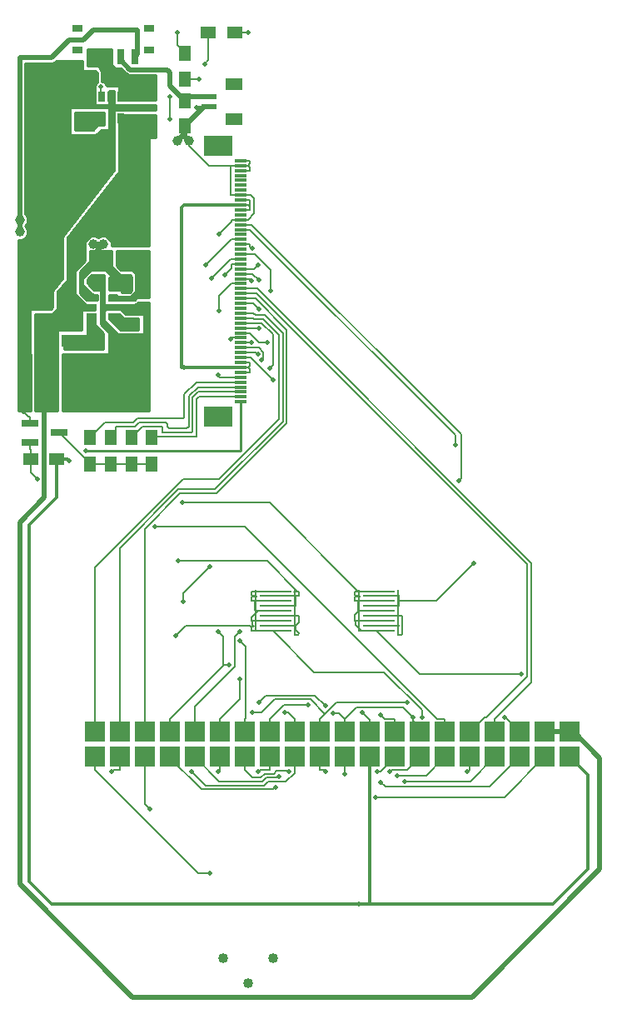
<source format=gbr>
G04 #@! TF.FileFunction,Copper,L2,Bot,Signal*
%FSLAX46Y46*%
G04 Gerber Fmt 4.6, Leading zero omitted, Abs format (unit mm)*
G04 Created by KiCad (PCBNEW 4.0.2-stable) date 7/30/2016 6:00:18 PM*
%MOMM*%
G01*
G04 APERTURE LIST*
%ADD10C,0.100000*%
%ADD11R,1.500000X1.250000*%
%ADD12R,2.000000X2.000000*%
%ADD13C,1.016000*%
%ADD14R,1.300000X1.500000*%
%ADD15R,1.250000X0.300000*%
%ADD16R,3.000000X2.000000*%
%ADD17R,1.250000X1.500000*%
%ADD18R,1.500000X1.300000*%
%ADD19R,1.800860X0.800100*%
%ADD20R,1.550000X0.600000*%
%ADD21R,1.800000X1.200000*%
%ADD22R,0.700000X1.500000*%
%ADD23R,1.000000X0.800000*%
%ADD24R,0.650000X1.060000*%
%ADD25R,1.060000X0.650000*%
%ADD26R,0.250000X4.250000*%
%ADD27R,3.750000X0.250000*%
%ADD28C,0.500000*%
%ADD29C,1.000000*%
%ADD30C,0.200000*%
%ADD31C,0.500000*%
%ADD32C,0.300000*%
%ADD33C,0.250000*%
%ADD34C,0.254000*%
G04 APERTURE END LIST*
D10*
D11*
X116058000Y-71882000D03*
X113558000Y-71882000D03*
D12*
X160660000Y-132300000D03*
X160660000Y-134840000D03*
X158120000Y-134840000D03*
X155580000Y-134840000D03*
X153040000Y-134840000D03*
X150500000Y-134840000D03*
X147960000Y-134840000D03*
X145420000Y-134840000D03*
X142880000Y-134840000D03*
X140340000Y-134840000D03*
X137800000Y-134840000D03*
X135260000Y-134840000D03*
X132720000Y-134840000D03*
X130180000Y-134840000D03*
X127640000Y-134840000D03*
X125100000Y-134840000D03*
X122560000Y-134840000D03*
X120020000Y-134840000D03*
X117480000Y-134840000D03*
X114940000Y-134840000D03*
X112400000Y-134840000D03*
X158120000Y-132300000D03*
X155580000Y-132300000D03*
X153040000Y-132300000D03*
X150500000Y-132300000D03*
X147960000Y-132300000D03*
X145420000Y-132300000D03*
X142880000Y-132300000D03*
X140340000Y-132300000D03*
X137800000Y-132300000D03*
X135260000Y-132300000D03*
X132720000Y-132300000D03*
X130180000Y-132300000D03*
X127640000Y-132300000D03*
X125100000Y-132300000D03*
X122560000Y-132300000D03*
X117480000Y-132300000D03*
X120020000Y-132300000D03*
X114940000Y-132300000D03*
X112400000Y-132300000D03*
D13*
X128000000Y-157800000D03*
X130540000Y-155260000D03*
X125460000Y-155260000D03*
D14*
X118200000Y-102400000D03*
X118200000Y-105100000D03*
X116100000Y-102400000D03*
X116100000Y-105100000D03*
X114000000Y-102400000D03*
X114000000Y-105100000D03*
X111250000Y-70150000D03*
X111250000Y-72850000D03*
D15*
X127250000Y-98750000D03*
X127250000Y-98250000D03*
D16*
X124925000Y-100290000D03*
D15*
X127250000Y-97250000D03*
X127250000Y-97750000D03*
X127250000Y-96750000D03*
X127250000Y-95750000D03*
X127250000Y-96250000D03*
X127250000Y-95250000D03*
X127250000Y-94250000D03*
X127250000Y-94750000D03*
X127250000Y-92250000D03*
X127250000Y-91750000D03*
X127250000Y-91250000D03*
X127250000Y-90750000D03*
X127250000Y-89750000D03*
X127250000Y-90250000D03*
X127250000Y-89250000D03*
X127250000Y-92750000D03*
X127250000Y-93250000D03*
X127250000Y-93750000D03*
X127250000Y-80250000D03*
X127250000Y-79250000D03*
X127250000Y-79750000D03*
X127250000Y-81250000D03*
X127250000Y-80750000D03*
X127250000Y-81750000D03*
X127250000Y-88750000D03*
X127250000Y-87750000D03*
X127250000Y-88250000D03*
X127250000Y-86250000D03*
X127250000Y-85250000D03*
X127250000Y-85750000D03*
X127250000Y-87250000D03*
X127250000Y-86750000D03*
X127250000Y-84250000D03*
X127250000Y-83250000D03*
X127250000Y-84750000D03*
X127250000Y-83750000D03*
X127250000Y-82250000D03*
X127250000Y-82750000D03*
X127250000Y-77750000D03*
X127250000Y-78750000D03*
X127250000Y-78250000D03*
X127250000Y-76750000D03*
X127250000Y-77250000D03*
X127250000Y-76250000D03*
X127250000Y-74250000D03*
X127250000Y-75750000D03*
X127250000Y-74750000D03*
X127250000Y-75250000D03*
D16*
X124925000Y-72710000D03*
D17*
X121550000Y-68200000D03*
X121550000Y-70700000D03*
D11*
X115200000Y-86550000D03*
X112700000Y-86550000D03*
X109800000Y-88750000D03*
X107300000Y-88750000D03*
D18*
X112700000Y-84350000D03*
X115400000Y-84350000D03*
D14*
X121550000Y-63300000D03*
X121550000Y-66000000D03*
D18*
X108550000Y-104600000D03*
X105850000Y-104600000D03*
X107100000Y-92550000D03*
X109800000Y-92550000D03*
X112200000Y-92550000D03*
X114900000Y-92550000D03*
D14*
X111900000Y-102400000D03*
X111900000Y-105100000D03*
D19*
X105798860Y-102850000D03*
X105798860Y-100950000D03*
X108801140Y-101900000D03*
D20*
X123987500Y-68750000D03*
X123987500Y-67750000D03*
D21*
X126512500Y-70050000D03*
X126512500Y-66450000D03*
D22*
X112000000Y-63675000D03*
X115000000Y-63675000D03*
X116500000Y-63675000D03*
D23*
X110600000Y-60825000D03*
X117900000Y-60825000D03*
X117900000Y-63025000D03*
X110600000Y-63025000D03*
D24*
X113096000Y-67734000D03*
X114046000Y-67734000D03*
X114996000Y-67734000D03*
X114996000Y-69934000D03*
X113096000Y-69934000D03*
D25*
X114300000Y-88200000D03*
X114300000Y-89150000D03*
X114300000Y-90100000D03*
X112100000Y-90100000D03*
X112100000Y-88200000D03*
X112100000Y-89150000D03*
D26*
X128750000Y-120000000D03*
D27*
X130500000Y-122000000D03*
D26*
X132750000Y-120000000D03*
D27*
X131000000Y-121500000D03*
X130500000Y-121000000D03*
X131000000Y-120500000D03*
X130500000Y-120000000D03*
X131000000Y-119500000D03*
X130500000Y-119000000D03*
X131000000Y-118500000D03*
X130500000Y-118000000D03*
D26*
X139250000Y-120000000D03*
D27*
X141000000Y-122000000D03*
D26*
X143250000Y-120000000D03*
D27*
X141500000Y-121500000D03*
X141000000Y-121000000D03*
X141500000Y-120500000D03*
X141000000Y-120000000D03*
X141500000Y-119500000D03*
X141000000Y-119000000D03*
X141500000Y-118500000D03*
X141000000Y-118000000D03*
D11*
X111780000Y-65786000D03*
X114280000Y-65786000D03*
D18*
X123900000Y-61250000D03*
X126600000Y-61250000D03*
D28*
X114500000Y-94000000D03*
X115500000Y-94000000D03*
X107250000Y-87250000D03*
X106250000Y-87250000D03*
X115750000Y-89250000D03*
X116500000Y-89250000D03*
X117250000Y-89250000D03*
X114000000Y-74000000D03*
X113000000Y-74000000D03*
X113000000Y-73000000D03*
X114000000Y-73000000D03*
D29*
X122000000Y-72250000D03*
X120750000Y-72250000D03*
D28*
X110250000Y-67250000D03*
X110250000Y-68250000D03*
X111250000Y-68250000D03*
X111250000Y-67250000D03*
X105162000Y-99774900D03*
X122749000Y-68805500D03*
X123550000Y-64402800D03*
X144790800Y-130844800D03*
X124112500Y-146658000D03*
X129048400Y-129337300D03*
X135830300Y-129644300D03*
X136613800Y-130427800D03*
X150277500Y-136298200D03*
X127112800Y-126957300D03*
X154067500Y-130848300D03*
X126043100Y-125465500D03*
X124915200Y-96030000D03*
X125054700Y-81683600D03*
X124915200Y-122092300D03*
X129000800Y-136298900D03*
X109750000Y-104750000D03*
X121500000Y-95250000D03*
X139250000Y-149750000D03*
X130282000Y-87476100D03*
X143929700Y-137298400D03*
X124245800Y-86217500D03*
X124095700Y-115514000D03*
X121369400Y-119034900D03*
X124965400Y-136298000D03*
X125613100Y-85861200D03*
X131142600Y-136792800D03*
X128981700Y-84867500D03*
X134055300Y-129544200D03*
X129054400Y-86361100D03*
X131753600Y-130326900D03*
X122245700Y-136297000D03*
X145685400Y-130847700D03*
X120601500Y-122558400D03*
X149368900Y-106754600D03*
X144124100Y-129323500D03*
X128450500Y-130336700D03*
X149054900Y-103145200D03*
X123695400Y-84822000D03*
X137800000Y-136538000D03*
X106548300Y-106631800D03*
X118491900Y-111458200D03*
X128334300Y-92697500D03*
X132099400Y-136299900D03*
X126169100Y-92405600D03*
X127152900Y-123029400D03*
X118029500Y-140132500D03*
X114094600Y-136295800D03*
X121311800Y-108977600D03*
X155793900Y-126394600D03*
X107250000Y-106250000D03*
X111500000Y-103750000D03*
X118250000Y-70750000D03*
X117250000Y-70750000D03*
X116250000Y-70750000D03*
X116250000Y-70000000D03*
X117250000Y-70000000D03*
X120000000Y-67750000D03*
X120000000Y-70000000D03*
X118250000Y-70000000D03*
D29*
X104750000Y-81500000D03*
X104750000Y-80250000D03*
X113250000Y-82750000D03*
X112250000Y-82750000D03*
D28*
X116250000Y-90750000D03*
X111150000Y-86950000D03*
X120750000Y-61250000D03*
X120868100Y-114941800D03*
X150963700Y-115125000D03*
X140952100Y-138908000D03*
X128965600Y-93936000D03*
X129365800Y-94526700D03*
X141448000Y-137396000D03*
X129098700Y-89373200D03*
X143170000Y-136714000D03*
X130566800Y-96543400D03*
X142365700Y-136311500D03*
X130166400Y-95302700D03*
X141103000Y-136293100D03*
X129116600Y-91290700D03*
X141451200Y-130597700D03*
X129927700Y-92682800D03*
X139571000Y-130347300D03*
X128402600Y-83185900D03*
X135818000Y-136293100D03*
X128335100Y-86475300D03*
X127130600Y-122100600D03*
X130741600Y-137893500D03*
X125054600Y-89520800D03*
X113000000Y-66750000D03*
X123000000Y-66000000D03*
X113500000Y-64250000D03*
X113500000Y-63250000D03*
X116250000Y-66500000D03*
X117250000Y-66500000D03*
X118250000Y-66500000D03*
X118250000Y-67750000D03*
X117250000Y-67750000D03*
X116250000Y-67750000D03*
X128000000Y-61250000D03*
D30*
X114500000Y-92950000D02*
X114500000Y-94000000D01*
X114900000Y-92550000D02*
X114500000Y-92950000D01*
X107250000Y-88700000D02*
X107250000Y-87250000D01*
X107300000Y-88750000D02*
X107250000Y-88700000D01*
X114400000Y-89250000D02*
X115750000Y-89250000D01*
X114300000Y-89150000D02*
X114400000Y-89250000D01*
X116500000Y-89250000D02*
X117250000Y-89250000D01*
X114000000Y-72324000D02*
X114000000Y-73000000D01*
X113558000Y-71882000D02*
X114000000Y-72324000D01*
X113000000Y-73000000D02*
X113000000Y-74000000D01*
D31*
X121550000Y-71450000D02*
X121550000Y-70700000D01*
X120750000Y-72250000D02*
X121550000Y-71450000D01*
D30*
X111250000Y-66316000D02*
X111250000Y-67250000D01*
X111780000Y-65786000D02*
X111250000Y-66316000D01*
X111250000Y-68250000D02*
X110250000Y-68250000D01*
D31*
X111780000Y-65786000D02*
X111744000Y-65750000D01*
X113558000Y-71882000D02*
X113000000Y-72440000D01*
X112218000Y-71882000D02*
X111250000Y-72850000D01*
X113558000Y-71882000D02*
X112218000Y-71882000D01*
X114000000Y-71440000D02*
X114000000Y-68750000D01*
X113558000Y-71882000D02*
X114000000Y-71440000D01*
X112000000Y-68750000D02*
X114000000Y-68750000D01*
X112000000Y-66006000D02*
X112000000Y-68750000D01*
X111780000Y-65786000D02*
X112000000Y-66006000D01*
X113200000Y-87050000D02*
X113200000Y-88900000D01*
X112700000Y-86550000D02*
X113200000Y-87050000D01*
X113200000Y-90850000D02*
X113200000Y-88900000D01*
X114900000Y-92550000D02*
X113200000Y-90850000D01*
X113450000Y-89150000D02*
X114300000Y-89150000D01*
X113200000Y-88900000D02*
X113450000Y-89150000D01*
X114000000Y-67780000D02*
X114046000Y-67734000D01*
X114000000Y-68750000D02*
X114000000Y-67780000D01*
D30*
X128175000Y-74968800D02*
X127956000Y-74750000D01*
X128175000Y-75250000D02*
X128175000Y-74968800D01*
X127250000Y-75250000D02*
X128175000Y-75250000D01*
X128175000Y-74531200D02*
X127956000Y-74750000D01*
X128175000Y-74250000D02*
X128175000Y-74531200D01*
X127250000Y-74250000D02*
X128175000Y-74250000D01*
X127956000Y-74750000D02*
X127250000Y-74750000D01*
D31*
X123500000Y-68750000D02*
X123744000Y-68750000D01*
X121550000Y-70700000D02*
X123500000Y-68750000D01*
D30*
X123900000Y-64053200D02*
X123550000Y-64402800D01*
X123900000Y-61250000D02*
X123900000Y-64053200D01*
X123744000Y-68750000D02*
X123500000Y-68750000D01*
X122805000Y-68750000D02*
X122749000Y-68805500D01*
X123500000Y-68750000D02*
X122805000Y-68750000D01*
D31*
X123744000Y-68750000D02*
X123987500Y-68750000D01*
X123987500Y-68750000D02*
X123988000Y-68750000D01*
D30*
X126250000Y-74750000D02*
X126000000Y-74750000D01*
X126250000Y-74750000D02*
X127250000Y-74750000D01*
X124016000Y-74750000D02*
X126000000Y-74750000D01*
X122000000Y-72733800D02*
X124016000Y-74750000D01*
X122000000Y-72250000D02*
X122000000Y-72733800D01*
X126000000Y-74750000D02*
X126250000Y-74750000D01*
D31*
X121550000Y-71800000D02*
X121550000Y-71450000D01*
X122000000Y-72250000D02*
X121550000Y-71800000D01*
X121550000Y-71450000D02*
X121550000Y-70700000D01*
D30*
X126250000Y-77750000D02*
X126250000Y-74750000D01*
X127250000Y-77750000D02*
X126250000Y-77750000D01*
X105799000Y-100950000D02*
X105799000Y-100600000D01*
X105637000Y-100250000D02*
X105162000Y-99774900D01*
X105799000Y-100250000D02*
X105637000Y-100250000D01*
X105799000Y-100600000D02*
X105799000Y-100250000D01*
X105798900Y-100600100D02*
X105798900Y-100950000D01*
X105799000Y-100600000D02*
X105798900Y-100600100D01*
X128250200Y-77750000D02*
X127250000Y-77750000D01*
X128612200Y-78112000D02*
X128250200Y-77750000D01*
X128612200Y-79603800D02*
X128612200Y-78112000D01*
X127966000Y-80250000D02*
X128612200Y-79603800D01*
X127713000Y-80250000D02*
X127966000Y-80250000D01*
X145420000Y-132300000D02*
X145420000Y-131806000D01*
X144790800Y-131176800D02*
X145420000Y-131806000D01*
X144790800Y-130844800D02*
X144790800Y-131176800D01*
X122917700Y-146658000D02*
X112400000Y-136140300D01*
X124112500Y-146658000D02*
X122917700Y-146658000D01*
X112400000Y-134840000D02*
X112400000Y-136140300D01*
X120020000Y-132300000D02*
X120020000Y-130999700D01*
X137800000Y-132300000D02*
X137800000Y-130999700D01*
X150435400Y-136140300D02*
X150277500Y-136298200D01*
X150500000Y-136140300D02*
X150435400Y-136140300D01*
X137228100Y-130427800D02*
X136613800Y-130427800D01*
X137800000Y-130999700D02*
X137228100Y-130427800D01*
X150500000Y-134840000D02*
X150500000Y-136140300D01*
X129799000Y-128586700D02*
X129048400Y-129337300D01*
X134772700Y-128586700D02*
X129799000Y-128586700D01*
X135830300Y-129644300D02*
X134772700Y-128586700D01*
X127112800Y-128986900D02*
X125100000Y-130999700D01*
X127112800Y-126957300D02*
X127112800Y-128986900D01*
X125100000Y-132300000D02*
X125100000Y-130999700D01*
X154128300Y-130848300D02*
X154067500Y-130848300D01*
X155580000Y-132300000D02*
X154128300Y-130848300D01*
X127713000Y-80250000D02*
X127250000Y-80250000D01*
X126324700Y-80413600D02*
X125054700Y-81683600D01*
X126324700Y-80250000D02*
X126324700Y-80413600D01*
X127250000Y-80250000D02*
X126324700Y-80250000D01*
X125440200Y-122617300D02*
X125440200Y-125465500D01*
X124915200Y-122092300D02*
X125440200Y-122617300D01*
X125440200Y-125579500D02*
X125440200Y-125465500D01*
X120020000Y-130999700D02*
X125440200Y-125579500D01*
X125440200Y-125465500D02*
X126043100Y-125465500D01*
X125135200Y-96250000D02*
X124915200Y-96030000D01*
X127250000Y-96250000D02*
X125135200Y-96250000D01*
X129159400Y-136140300D02*
X129000800Y-136298900D01*
X130180000Y-136140300D02*
X129159400Y-136140300D01*
X130180000Y-134840000D02*
X130180000Y-136140300D01*
X139002700Y-129797000D02*
X137800000Y-130999700D01*
X143743000Y-129797000D02*
X139002700Y-129797000D01*
X144790800Y-130844800D02*
X143743000Y-129797000D01*
D32*
X109600000Y-104600000D02*
X109750000Y-104750000D01*
X108550000Y-104600000D02*
X109600000Y-104600000D01*
X108550000Y-108450000D02*
X108550000Y-104600000D01*
X105750000Y-111250000D02*
X108550000Y-108450000D01*
X105750000Y-147500000D02*
X105750000Y-111250000D01*
X108000000Y-149750000D02*
X105750000Y-147500000D01*
X139250000Y-149750000D02*
X108000000Y-149750000D01*
X140340000Y-134840000D02*
X140340000Y-149750000D01*
D30*
X128175000Y-78250000D02*
X127250000Y-78250000D01*
X128175000Y-78750000D02*
X128175000Y-78250000D01*
X128013000Y-78750000D02*
X128175000Y-78750000D01*
X127250000Y-78750000D02*
X128013000Y-78750000D01*
X128175000Y-79250000D02*
X127250000Y-79250000D01*
X128175000Y-78912200D02*
X128175000Y-79250000D01*
X128013000Y-78750000D02*
X128175000Y-78912200D01*
X128175000Y-94750000D02*
X127250000Y-94750000D01*
X128175000Y-95087800D02*
X128175000Y-94750000D01*
X128013000Y-95250000D02*
X128175000Y-95087800D01*
X127250000Y-95250000D02*
X128013000Y-95250000D01*
X128175000Y-95750000D02*
X127250000Y-95750000D01*
X128175000Y-95412100D02*
X128175000Y-95750000D01*
X128013000Y-95250000D02*
X128175000Y-95412100D01*
D32*
X159000000Y-149750000D02*
X140340000Y-149750000D01*
X162500000Y-146250000D02*
X159000000Y-149750000D01*
X162500000Y-136680000D02*
X162500000Y-146250000D01*
X160660000Y-134840000D02*
X162500000Y-136680000D01*
X140340000Y-149750000D02*
X139250000Y-149750000D01*
X121250000Y-95250000D02*
X121500000Y-95250000D01*
X121250000Y-79000000D02*
X121250000Y-95250000D01*
X121500000Y-78750000D02*
X121250000Y-79000000D01*
X127250000Y-78750000D02*
X121500000Y-78750000D01*
X121500000Y-95250000D02*
X127250000Y-95250000D01*
D30*
X130282000Y-85331600D02*
X130282000Y-87476100D01*
X128700400Y-83750000D02*
X130282000Y-85331600D01*
X127250000Y-83750000D02*
X128700400Y-83750000D01*
X150581600Y-137298400D02*
X153040000Y-134840000D01*
X143929700Y-137298400D02*
X150581600Y-137298400D01*
X125100000Y-134840000D02*
X125100000Y-136140300D01*
X124965500Y-136298000D02*
X124965400Y-136298000D01*
X124965500Y-136274800D02*
X124965500Y-136298000D01*
X125100000Y-136140300D02*
X124965500Y-136274800D01*
X126213300Y-84250000D02*
X124245800Y-86217500D01*
X127250000Y-84250000D02*
X126213300Y-84250000D01*
X121369400Y-118240300D02*
X124095700Y-115514000D01*
X121369400Y-119034900D02*
X121369400Y-118240300D01*
X127250000Y-84750000D02*
X126324700Y-84750000D01*
X126324700Y-85149600D02*
X125613100Y-85861200D01*
X126324700Y-84750000D02*
X126324700Y-85149600D01*
X130992500Y-136942900D02*
X131142600Y-136792800D01*
X129824000Y-136942900D02*
X130992500Y-136942900D01*
X129441400Y-137325500D02*
X129824000Y-136942900D01*
X125045500Y-137325500D02*
X129441400Y-137325500D01*
X122560000Y-134840000D02*
X125045500Y-137325500D01*
X131635500Y-129544200D02*
X134055300Y-129544200D01*
X130180000Y-130999700D02*
X131635500Y-129544200D01*
X130180000Y-132300000D02*
X130180000Y-130999700D01*
X128599200Y-85250000D02*
X128981700Y-84867500D01*
X127250000Y-85250000D02*
X128599200Y-85250000D01*
X132720000Y-132300000D02*
X132720000Y-130999700D01*
X128443300Y-85750000D02*
X129054400Y-86361100D01*
X127250000Y-85750000D02*
X128443300Y-85750000D01*
X132047200Y-130326900D02*
X131753600Y-130326900D01*
X132720000Y-130999700D02*
X132047200Y-130326900D01*
X128325000Y-119000000D02*
X128675000Y-119000000D01*
X128325000Y-118633000D02*
X128325000Y-119000000D01*
X128383000Y-118575000D02*
X128325000Y-118633000D01*
X128766000Y-118575000D02*
X128383000Y-118575000D01*
X128825000Y-118516000D02*
X128766000Y-118575000D01*
X128825000Y-118484000D02*
X128825000Y-118516000D01*
X128766000Y-118425000D02*
X128825000Y-118484000D01*
X128383000Y-118425000D02*
X128766000Y-118425000D01*
X128325000Y-118367000D02*
X128383000Y-118425000D01*
X128325000Y-118000000D02*
X128325000Y-118367000D01*
X130500000Y-118000000D02*
X128325000Y-118000000D01*
X128675000Y-119925000D02*
X128750000Y-120000000D01*
X128675000Y-119000000D02*
X128675000Y-119925000D01*
X130500000Y-121000000D02*
X128325000Y-121000000D01*
X129000000Y-120000000D02*
X128750000Y-120000000D01*
X130500000Y-119000000D02*
X128675000Y-119000000D01*
X131500000Y-120000000D02*
X130500000Y-120000000D01*
X130500000Y-120000000D02*
X129000000Y-120000000D01*
X132720000Y-134840000D02*
X132720000Y-136140300D01*
X128325000Y-120675000D02*
X129000000Y-120000000D01*
X128325000Y-121000000D02*
X128325000Y-120675000D01*
X128325000Y-122000000D02*
X128325000Y-121713900D01*
X130500000Y-122000000D02*
X128325000Y-122000000D01*
X128399000Y-121075000D02*
X128325000Y-121000000D01*
X128399000Y-121394000D02*
X128399000Y-121075000D01*
X128539000Y-121533000D02*
X128399000Y-121394000D01*
X128539000Y-121534000D02*
X128539000Y-121533000D01*
X128498000Y-121575000D02*
X128539000Y-121534000D01*
X128383000Y-121575000D02*
X128498000Y-121575000D01*
X128325000Y-121633000D02*
X128383000Y-121575000D01*
X128325000Y-121713900D02*
X128325000Y-121633000D01*
X145685400Y-130084500D02*
X145685400Y-130847700D01*
X141807500Y-126206600D02*
X145685400Y-130084500D01*
X134706600Y-126206600D02*
X141807500Y-126206600D01*
X130500000Y-122000000D02*
X134706600Y-126206600D01*
X123688600Y-137739900D02*
X122245700Y-136297000D01*
X129593100Y-137739900D02*
X123688600Y-137739900D01*
X129989800Y-137343200D02*
X129593100Y-137739900D01*
X131836200Y-137343200D02*
X129989800Y-137343200D01*
X132720000Y-136459400D02*
X131836200Y-137343200D01*
X132720000Y-136140300D02*
X132720000Y-136459400D01*
X128308400Y-80750000D02*
X127250000Y-80750000D01*
X149622100Y-102063700D02*
X128308400Y-80750000D01*
X149622100Y-106501400D02*
X149622100Y-102063700D01*
X149368900Y-106754600D02*
X149622100Y-106501400D01*
X121617900Y-121542000D02*
X120601500Y-122558400D01*
X128153100Y-121542000D02*
X121617900Y-121542000D01*
X128325000Y-121713900D02*
X128153100Y-121542000D01*
X135260000Y-132300000D02*
X135260000Y-130999700D01*
X136936200Y-129323500D02*
X135797900Y-130461800D01*
X144124100Y-129323500D02*
X136936200Y-129323500D01*
X135797900Y-130461800D02*
X135260000Y-130999700D01*
X127250000Y-81250000D02*
X128175300Y-81250000D01*
X149054900Y-102129600D02*
X149054900Y-103145200D01*
X128175300Y-81250000D02*
X149054900Y-102129600D01*
X128477200Y-130310000D02*
X128450500Y-130336700D01*
X129357300Y-130310000D02*
X128477200Y-130310000D01*
X130673500Y-128993800D02*
X129357300Y-130310000D01*
X134329800Y-128993800D02*
X130673500Y-128993800D01*
X135797900Y-130461800D02*
X134329800Y-128993800D01*
X127250000Y-82250000D02*
X126324700Y-82250000D01*
X137800000Y-134840000D02*
X137800000Y-136538000D01*
X126267400Y-82250000D02*
X123695400Y-84822000D01*
X126324700Y-82250000D02*
X126267400Y-82250000D01*
X105799000Y-102850000D02*
X105799000Y-103200000D01*
X105798900Y-103199900D02*
X105798900Y-102850000D01*
X105799000Y-103200000D02*
X105798900Y-103199900D01*
X105850000Y-103601000D02*
X105850000Y-104600000D01*
X105799000Y-103550000D02*
X105850000Y-103601000D01*
X105799000Y-103200000D02*
X105799000Y-103550000D01*
X127625500Y-111458200D02*
X118491900Y-111458200D01*
X147167000Y-130999700D02*
X127625500Y-111458200D01*
X147960000Y-130999700D02*
X147167000Y-130999700D01*
X105850000Y-105933500D02*
X106548300Y-106631800D01*
X105850000Y-104600000D02*
X105850000Y-105933500D01*
X147960000Y-132300000D02*
X147960000Y-130999700D01*
X127640000Y-134840000D02*
X127640000Y-136140300D01*
X128281800Y-92750000D02*
X128334300Y-92697500D01*
X127250000Y-92750000D02*
X128281800Y-92750000D01*
X128424200Y-136924500D02*
X127640000Y-136140300D01*
X129276300Y-136924500D02*
X128424200Y-136924500D01*
X129658200Y-136542600D02*
X129276300Y-136924500D01*
X130583100Y-136542600D02*
X129658200Y-136542600D01*
X130883200Y-136242500D02*
X130583100Y-136542600D01*
X132042000Y-136242500D02*
X130883200Y-136242500D01*
X132099400Y-136299900D02*
X132042000Y-136242500D01*
X127250000Y-92250000D02*
X127256000Y-92255700D01*
X127640000Y-132300000D02*
X127640000Y-130999700D01*
X127714600Y-123591100D02*
X127152900Y-123029400D01*
X127714600Y-130925100D02*
X127714600Y-123591100D01*
X127640000Y-130999700D02*
X127714600Y-130925100D01*
X127250000Y-92250000D02*
X126324700Y-92250000D01*
X126169100Y-92405600D02*
X126324700Y-92250000D01*
X117500000Y-134860000D02*
X117490000Y-134850000D01*
X117490000Y-134850000D02*
X117480000Y-134840000D01*
X117490000Y-139593000D02*
X118029500Y-140132500D01*
X117490000Y-134850000D02*
X117490000Y-139593000D01*
X139175000Y-119925000D02*
X139250000Y-120000000D01*
X139175000Y-119000000D02*
X139175000Y-119925000D01*
X141000000Y-120000000D02*
X139250000Y-120000000D01*
X141000000Y-121000000D02*
X138825000Y-121000000D01*
X138825000Y-120425000D02*
X139250000Y-120000000D01*
X138825000Y-121000000D02*
X138825000Y-120425000D01*
X141000000Y-119000000D02*
X139175000Y-119000000D01*
X114250100Y-136140300D02*
X114940000Y-136140300D01*
X114094600Y-136295800D02*
X114250100Y-136140300D01*
X114940000Y-134840000D02*
X114940000Y-136140300D01*
X139506000Y-122000000D02*
X141000000Y-122000000D01*
X138899000Y-121394000D02*
X139506000Y-122000000D01*
X138899000Y-121075000D02*
X138899000Y-121394000D01*
X138825000Y-121000000D02*
X138899000Y-121075000D01*
X141000000Y-118000000D02*
X139175000Y-118000000D01*
X138825000Y-119000000D02*
X139175000Y-119000000D01*
X138825000Y-118633000D02*
X138825000Y-119000000D01*
X138883000Y-118575000D02*
X138825000Y-118633000D01*
X139266000Y-118575000D02*
X138883000Y-118575000D01*
X139325000Y-118516000D02*
X139266000Y-118575000D01*
X139325000Y-118484000D02*
X139325000Y-118516000D01*
X139266000Y-118425000D02*
X139325000Y-118484000D01*
X138883000Y-118425000D02*
X139266000Y-118425000D01*
X138825000Y-118367000D02*
X138883000Y-118425000D01*
X138825000Y-118000000D02*
X138825000Y-118367000D01*
X139175000Y-118000000D02*
X138825000Y-118000000D01*
X130152600Y-108977600D02*
X121311800Y-108977600D01*
X139175000Y-118000000D02*
X130152600Y-108977600D01*
X145394600Y-126394600D02*
X141000000Y-122000000D01*
X155793900Y-126394600D02*
X145394600Y-126394600D01*
D31*
X120000000Y-66650000D02*
X121550000Y-68200000D01*
X120000000Y-65250000D02*
X120000000Y-66650000D01*
X119750000Y-65000000D02*
X120000000Y-65250000D01*
X116000000Y-65000000D02*
X119750000Y-65000000D01*
X115000000Y-64000000D02*
X116000000Y-65000000D01*
X115000000Y-63675000D02*
X115000000Y-64000000D01*
X122000000Y-67750000D02*
X123987500Y-67750000D01*
X121550000Y-68200000D02*
X122000000Y-67750000D01*
X123987500Y-67750000D02*
X123988000Y-67750000D01*
D33*
X127250000Y-103750000D02*
X111500000Y-103750000D01*
X127250000Y-98750000D02*
X127250000Y-103750000D01*
D31*
X161050000Y-132300000D02*
X160660000Y-132300000D01*
X163750000Y-135000000D02*
X161050000Y-132300000D01*
X163750000Y-146250000D02*
X163750000Y-135000000D01*
X150750000Y-159250000D02*
X163750000Y-146250000D01*
X116250000Y-159250000D02*
X150750000Y-159250000D01*
X104750000Y-147750000D02*
X116250000Y-159250000D01*
X104750000Y-111000000D02*
X104750000Y-147750000D01*
X107250000Y-108500000D02*
X104750000Y-111000000D01*
X107250000Y-106250000D02*
X107250000Y-108500000D01*
X158170000Y-132250000D02*
X158120000Y-132300000D01*
X160710000Y-132250000D02*
X158170000Y-132250000D01*
D30*
X117250000Y-70750000D02*
X118250000Y-70750000D01*
X116250000Y-70000000D02*
X116250000Y-70750000D01*
X117500000Y-70000000D02*
X118250000Y-70000000D01*
X120000000Y-70000000D02*
X120000000Y-67750000D01*
D31*
X114996000Y-70820000D02*
X114996000Y-69934000D01*
X116058000Y-71882000D02*
X114996000Y-70820000D01*
X109800000Y-89850000D02*
X107100000Y-92550000D01*
X109800000Y-88750000D02*
X109800000Y-89850000D01*
X110200000Y-89150000D02*
X109800000Y-88750000D01*
X112100000Y-89150000D02*
X110200000Y-89150000D01*
D30*
X160660000Y-132300000D02*
X158120000Y-132300000D01*
X118250000Y-70000000D02*
X117500000Y-70000000D01*
X117500000Y-70000000D02*
X117250000Y-70000000D01*
D31*
X107250000Y-99500000D02*
X107250000Y-106250000D01*
X104750000Y-81500000D02*
X104750000Y-80250000D01*
X112250000Y-82750000D02*
X113250000Y-82750000D01*
X112700000Y-83300000D02*
X112700000Y-84350000D01*
X113250000Y-82750000D02*
X112700000Y-83300000D01*
X104750000Y-63750000D02*
X104750000Y-80250000D01*
X108000000Y-63750000D02*
X104750000Y-63750000D01*
X109750000Y-62000000D02*
X108000000Y-63750000D01*
X111250000Y-62000000D02*
X109750000Y-62000000D01*
X112250000Y-61000000D02*
X111250000Y-62000000D01*
X116750000Y-61000000D02*
X112250000Y-61000000D01*
X116750000Y-63425000D02*
X116750000Y-61000000D01*
X116500000Y-63675000D02*
X116750000Y-63425000D01*
D30*
X114950000Y-90750000D02*
X116250000Y-90750000D01*
X114350000Y-90150000D02*
X114950000Y-90750000D01*
X111150000Y-86950000D02*
X111050000Y-86950000D01*
D31*
X113000000Y-84350000D02*
X112700000Y-84350000D01*
X115200000Y-86550000D02*
X113000000Y-84350000D01*
X114350000Y-90150000D02*
X114300000Y-90100000D01*
D30*
X114300000Y-90100000D02*
X114350000Y-90150000D01*
D31*
X111050000Y-86000000D02*
X111050000Y-86950000D01*
X112700000Y-84350000D02*
X111050000Y-86000000D01*
X111050000Y-87150000D02*
X112100000Y-88200000D01*
X111050000Y-86950000D02*
X111050000Y-87150000D01*
D30*
X120750000Y-62500000D02*
X121500000Y-63250000D01*
X120750000Y-61250000D02*
X120750000Y-62500000D01*
X121500000Y-63250000D02*
X121550000Y-63300000D01*
X121500000Y-63250000D02*
X121550000Y-63300000D01*
X132750000Y-119500000D02*
X132750000Y-120000000D01*
X131000000Y-119500000D02*
X132750000Y-119500000D01*
X132825000Y-119425000D02*
X132825000Y-118500000D01*
X132750000Y-119500000D02*
X132825000Y-119425000D01*
X131000000Y-121500000D02*
X132750000Y-121500000D01*
X132750000Y-121500000D02*
X132750000Y-120000000D01*
X131000000Y-118500000D02*
X132825000Y-118500000D01*
X132750000Y-122425000D02*
X132750000Y-121500000D01*
X133027000Y-122425000D02*
X132750000Y-122425000D01*
X133156000Y-122296000D02*
X133027000Y-122425000D01*
X133156000Y-122257000D02*
X133156000Y-122296000D01*
X132833000Y-121935000D02*
X133156000Y-122257000D01*
X132833000Y-121479000D02*
X132833000Y-121935000D01*
X133156000Y-121157000D02*
X132833000Y-121479000D01*
X133175000Y-121137000D02*
X133156000Y-121157000D01*
X133175000Y-120500000D02*
X133175000Y-121137000D01*
X131000000Y-120500000D02*
X133175000Y-120500000D01*
X132734000Y-118075000D02*
X132925500Y-118075000D01*
X132675000Y-118016000D02*
X132734000Y-118075000D01*
X133175000Y-118500000D02*
X132825000Y-118500000D01*
X133175000Y-118133000D02*
X133175000Y-118500000D01*
X133117000Y-118075000D02*
X133175000Y-118133000D01*
X132925500Y-118075000D02*
X133117000Y-118075000D01*
X129917500Y-114941800D02*
X120868100Y-114941800D01*
X132925500Y-117949800D02*
X129917500Y-114941800D01*
X132925500Y-118075000D02*
X132925500Y-117949800D01*
X143250000Y-119500000D02*
X143250000Y-120000000D01*
X141500000Y-119500000D02*
X143250000Y-119500000D01*
X141500000Y-121500000D02*
X143250000Y-121500000D01*
X143250000Y-120000000D02*
X143250000Y-121500000D01*
X143675000Y-120500000D02*
X141500000Y-120500000D01*
X143675000Y-122319000D02*
X143675000Y-120500000D01*
X143569000Y-122425000D02*
X143675000Y-122319000D01*
X143250000Y-122425000D02*
X143569000Y-122425000D01*
X143250000Y-121500000D02*
X143250000Y-122425000D01*
X143325000Y-119425000D02*
X143325000Y-118962500D01*
X143250000Y-119500000D02*
X143325000Y-119425000D01*
X143325000Y-118500000D02*
X141500000Y-118500000D01*
X143325000Y-118962500D02*
X143325000Y-118500000D01*
X147126200Y-118962500D02*
X150963700Y-115125000D01*
X143325000Y-118962500D02*
X147126200Y-118962500D01*
D31*
X116200000Y-88200000D02*
X114300000Y-88200000D01*
X116750000Y-87650000D02*
X116200000Y-88200000D01*
X116750000Y-85700000D02*
X116750000Y-87650000D01*
X115400000Y-84350000D02*
X116750000Y-85700000D01*
D30*
X154052000Y-138908000D02*
X140952100Y-138908000D01*
X158120000Y-134840000D02*
X154052000Y-138908000D01*
X128779600Y-93750000D02*
X128965600Y-93936000D01*
X127250000Y-93750000D02*
X128779600Y-93750000D01*
X152537100Y-137882900D02*
X155580000Y-134840000D01*
X141934900Y-137882900D02*
X152537100Y-137882900D01*
X141448000Y-137396000D02*
X141934900Y-137882900D01*
X127250000Y-93250000D02*
X128175300Y-93250000D01*
X129515900Y-94376600D02*
X129365800Y-94526700D01*
X129515900Y-93708000D02*
X129515900Y-94376600D01*
X129057900Y-93250000D02*
X129515900Y-93708000D01*
X128175300Y-93250000D02*
X129057900Y-93250000D01*
X127250000Y-87250000D02*
X128175300Y-87250000D01*
X153040000Y-132300000D02*
X153040000Y-130999700D01*
X128886000Y-87250000D02*
X128175300Y-87250000D01*
X156763000Y-115127000D02*
X128886000Y-87250000D01*
X156763000Y-127276700D02*
X156763000Y-115127000D01*
X153040000Y-130999700D02*
X156763000Y-127276700D01*
X128819900Y-87750000D02*
X127250000Y-87750000D01*
X156348900Y-115279000D02*
X128819900Y-87750000D01*
X156348900Y-126645600D02*
X156348900Y-115279000D01*
X152189600Y-130804900D02*
X156348900Y-126645600D01*
X151995100Y-130804900D02*
X152189600Y-130804900D01*
X150500000Y-132300000D02*
X151995100Y-130804900D01*
X146086000Y-136714000D02*
X143170000Y-136714000D01*
X147960000Y-134840000D02*
X146086000Y-136714000D01*
X128475500Y-88750000D02*
X129098700Y-89373200D01*
X127250000Y-88750000D02*
X128475500Y-88750000D01*
X142536800Y-136140400D02*
X142365700Y-136311500D01*
X144119600Y-136140400D02*
X142536800Y-136140400D01*
X145420000Y-134840000D02*
X144119600Y-136140400D01*
X128273400Y-94250000D02*
X130566800Y-96543400D01*
X127250000Y-94250000D02*
X128273400Y-94250000D01*
X127250000Y-90750000D02*
X128175300Y-90750000D01*
X128185000Y-90740300D02*
X128175300Y-90750000D01*
X129352100Y-90740300D02*
X128185000Y-90740300D01*
X130491600Y-91879800D02*
X129352100Y-90740300D01*
X130491600Y-94977500D02*
X130491600Y-91879800D01*
X130166400Y-95302700D02*
X130491600Y-94977500D01*
X141426900Y-136293100D02*
X141103000Y-136293100D01*
X142880000Y-134840000D02*
X141426900Y-136293100D01*
X142880000Y-132300000D02*
X142880000Y-130999700D01*
X141853200Y-130999700D02*
X141451200Y-130597700D01*
X142880000Y-130999700D02*
X141853200Y-130999700D01*
X129075900Y-91250000D02*
X129116600Y-91290700D01*
X127250000Y-91250000D02*
X129075900Y-91250000D01*
X129119800Y-92682800D02*
X129927700Y-92682800D01*
X128187000Y-91750000D02*
X129119800Y-92682800D01*
X127250000Y-91750000D02*
X128187000Y-91750000D01*
X140223400Y-130999700D02*
X140340000Y-130999700D01*
X139571000Y-130347300D02*
X140223400Y-130999700D01*
X140340000Y-132300000D02*
X140340000Y-130999700D01*
X135260000Y-134840000D02*
X135260000Y-136140300D01*
X135665200Y-136140300D02*
X135260000Y-136140300D01*
X135818000Y-136293100D02*
X135665200Y-136140300D01*
X128175300Y-82958600D02*
X128402600Y-83185900D01*
X128175300Y-82750000D02*
X128175300Y-82958600D01*
X127250000Y-82750000D02*
X128175300Y-82750000D01*
X128175300Y-86315500D02*
X128335100Y-86475300D01*
X128175300Y-86250000D02*
X128175300Y-86315500D01*
X127250000Y-86250000D02*
X128175300Y-86250000D01*
X122560000Y-132300000D02*
X122560000Y-130999700D01*
X126593400Y-122637800D02*
X127130600Y-122100600D01*
X126593400Y-125693500D02*
X126593400Y-122637800D01*
X122560000Y-129726900D02*
X126593400Y-125693500D01*
X122560000Y-130999700D02*
X122560000Y-129726900D01*
X120055000Y-134840000D02*
X120037500Y-134840000D01*
X120037500Y-134840000D02*
X120020000Y-134840000D01*
X127250000Y-86750000D02*
X126324700Y-86750000D01*
X130494700Y-138140400D02*
X130741600Y-137893500D01*
X123237300Y-138140400D02*
X130494700Y-138140400D01*
X120037500Y-134940600D02*
X123237300Y-138140400D01*
X120037500Y-134840000D02*
X120037500Y-134940600D01*
X125054600Y-88020100D02*
X126324700Y-86750000D01*
X125054600Y-89520800D02*
X125054600Y-88020100D01*
X117480000Y-132300000D02*
X117480000Y-130999700D01*
X128753800Y-88250000D02*
X127250000Y-88250000D01*
X131917700Y-91413900D02*
X128753800Y-88250000D01*
X131917700Y-100924600D02*
X131917700Y-91413900D01*
X124778800Y-108063500D02*
X131917700Y-100924600D01*
X121075900Y-108063500D02*
X124778800Y-108063500D01*
X117480000Y-111659400D02*
X121075900Y-108063500D01*
X117480000Y-130999700D02*
X117480000Y-111659400D01*
X128530500Y-89750000D02*
X127250000Y-89750000D01*
X128720200Y-89939700D02*
X128530500Y-89750000D01*
X129683700Y-89939700D02*
X128720200Y-89939700D01*
X131517400Y-91773400D02*
X129683700Y-89939700D01*
X131517400Y-100723600D02*
X131517400Y-91773400D01*
X124577900Y-107663100D02*
X131517400Y-100723600D01*
X120891000Y-107663100D02*
X124577900Y-107663100D01*
X114940000Y-113614100D02*
X120891000Y-107663100D01*
X114940000Y-132300000D02*
X114940000Y-113614100D01*
X128464400Y-90250000D02*
X127250000Y-90250000D01*
X128554400Y-90340000D02*
X128464400Y-90250000D01*
X129517900Y-90340000D02*
X128554400Y-90340000D01*
X131117100Y-91939200D02*
X129517900Y-90340000D01*
X131117100Y-100504400D02*
X131117100Y-91939200D01*
X125056700Y-106564800D02*
X131117100Y-100504400D01*
X121416300Y-106564800D02*
X125056700Y-106564800D01*
X112400000Y-115581100D02*
X121416300Y-106564800D01*
X112400000Y-132300000D02*
X112400000Y-115581100D01*
X111425000Y-105100000D02*
X111900000Y-105100000D01*
X111900000Y-105100000D02*
X114000000Y-105100000D01*
X108801000Y-101900000D02*
X108801100Y-101900000D01*
X111900000Y-104999000D02*
X111900000Y-105100000D01*
X108801100Y-101900000D02*
X111900000Y-104999000D01*
X114000000Y-105100000D02*
X116100000Y-105100000D01*
X116100000Y-105100000D02*
X118200000Y-105100000D01*
X113000000Y-67638000D02*
X113000000Y-66750000D01*
X113096000Y-67734000D02*
X113000000Y-67638000D01*
X123000000Y-66000000D02*
X121550000Y-66000000D01*
X111466000Y-69934000D02*
X113096000Y-69934000D01*
X111250000Y-70150000D02*
X111466000Y-69934000D01*
D32*
X109800000Y-92550000D02*
X112200000Y-92550000D01*
X112100000Y-92450000D02*
X112100000Y-90100000D01*
X112200000Y-92550000D02*
X112100000Y-92450000D01*
D30*
X112425000Y-63250000D02*
X113500000Y-63250000D01*
X112000000Y-63675000D02*
X112425000Y-63250000D01*
X115012000Y-67750000D02*
X116250000Y-67750000D01*
X114996000Y-67734000D02*
X115012000Y-67750000D01*
X118250000Y-66500000D02*
X117250000Y-66500000D01*
X117250000Y-67750000D02*
X118250000Y-67750000D01*
D31*
X114996000Y-67734000D02*
X115230000Y-67500000D01*
D30*
X114111000Y-65786000D02*
X112000000Y-63675000D01*
X114280000Y-65786000D02*
X114111000Y-65786000D01*
D31*
X114996000Y-66502000D02*
X114280000Y-65786000D01*
X114996000Y-67734000D02*
X114996000Y-66502000D01*
X112169000Y-63675000D02*
X112000000Y-63675000D01*
X114280000Y-65786000D02*
X112169000Y-63675000D01*
D30*
X122750000Y-96750000D02*
X127250000Y-96750000D01*
X121500000Y-98000000D02*
X122750000Y-96750000D01*
X121500000Y-100300000D02*
X121500000Y-98000000D01*
X121350000Y-100450000D02*
X121500000Y-100300000D01*
X116734000Y-100450000D02*
X121350000Y-100450000D01*
X116342000Y-100842000D02*
X116734000Y-100450000D01*
X113458000Y-100842000D02*
X116342000Y-100842000D01*
X111900000Y-102400000D02*
X113458000Y-100842000D01*
X114500000Y-101900000D02*
X114000000Y-102400000D01*
X114500000Y-101250000D02*
X114500000Y-101900000D01*
X116500000Y-101250000D02*
X114500000Y-101250000D01*
X116900000Y-100850000D02*
X116500000Y-101250000D01*
X119600000Y-100850000D02*
X116900000Y-100850000D01*
X119750000Y-101000000D02*
X119600000Y-100850000D01*
X119750000Y-101250000D02*
X119750000Y-101000000D01*
X119950000Y-101450000D02*
X119750000Y-101250000D01*
X121750000Y-101450000D02*
X119950000Y-101450000D01*
X121950000Y-101250000D02*
X121750000Y-101450000D01*
X121950000Y-98168600D02*
X121950000Y-101250000D01*
X122869000Y-97250000D02*
X121950000Y-98168600D01*
X127250000Y-97250000D02*
X122869000Y-97250000D01*
X122934000Y-97750000D02*
X127250000Y-97750000D01*
X122350000Y-98334300D02*
X122934000Y-97750000D01*
X122350000Y-101750000D02*
X122350000Y-98334300D01*
X122250000Y-101850000D02*
X122350000Y-101750000D01*
X119250000Y-101850000D02*
X122250000Y-101850000D01*
X119250000Y-101250000D02*
X119250000Y-101850000D01*
X117250000Y-101250000D02*
X119250000Y-101250000D01*
X116100000Y-102400000D02*
X117250000Y-101250000D01*
X118350000Y-102250000D02*
X118200000Y-102400000D01*
X122750000Y-102250000D02*
X118350000Y-102250000D01*
X122750000Y-98500000D02*
X122750000Y-102250000D01*
X123000000Y-98250000D02*
X122750000Y-98500000D01*
X127250000Y-98250000D02*
X123000000Y-98250000D01*
X126600000Y-61250000D02*
X128000000Y-61250000D01*
D34*
G36*
X118623000Y-71873000D02*
X118000000Y-71873000D01*
X117950590Y-71883006D01*
X117908965Y-71911447D01*
X117881685Y-71953841D01*
X117873000Y-72000000D01*
X117873000Y-82873000D01*
X114076893Y-82873000D01*
X114077143Y-82586221D01*
X113951505Y-82282154D01*
X113719070Y-82049312D01*
X113415222Y-81923144D01*
X113086221Y-81922857D01*
X112782154Y-82048495D01*
X112750148Y-82080445D01*
X112719070Y-82049312D01*
X112415222Y-81923144D01*
X112086221Y-81922857D01*
X111782154Y-82048495D01*
X111549312Y-82280930D01*
X111423144Y-82584778D01*
X111422867Y-82901948D01*
X111408965Y-82911447D01*
X111381685Y-82953841D01*
X111373000Y-83000000D01*
X111373000Y-84447394D01*
X110410197Y-85410197D01*
X110382334Y-85452211D01*
X110373000Y-85500000D01*
X110373000Y-87750000D01*
X110383006Y-87799410D01*
X110410197Y-87839803D01*
X111410197Y-88839803D01*
X111452211Y-88867666D01*
X111500000Y-88877000D01*
X112423000Y-88877000D01*
X112423000Y-89423000D01*
X111170000Y-89423000D01*
X111120590Y-89433006D01*
X111078965Y-89461447D01*
X111061099Y-89484659D01*
X111041099Y-89517992D01*
X111023000Y-89583333D01*
X111023000Y-91423000D01*
X108750000Y-91423000D01*
X108700590Y-91433006D01*
X108658965Y-91461447D01*
X108631685Y-91503841D01*
X108623000Y-91550000D01*
X108623000Y-99673000D01*
X106277000Y-99673000D01*
X106277000Y-89877000D01*
X108000000Y-89877000D01*
X108049410Y-89866994D01*
X108089803Y-89839803D01*
X108589803Y-89339803D01*
X108617666Y-89297789D01*
X108627000Y-89250000D01*
X108627000Y-87544549D01*
X109599170Y-86329336D01*
X109622223Y-86284503D01*
X109627000Y-86250000D01*
X109627000Y-82043575D01*
X114850248Y-75327970D01*
X114872684Y-75282826D01*
X114877000Y-75250000D01*
X114877000Y-69627000D01*
X118623000Y-69627000D01*
X118623000Y-71873000D01*
X118623000Y-71873000D01*
G37*
X118623000Y-71873000D02*
X118000000Y-71873000D01*
X117950590Y-71883006D01*
X117908965Y-71911447D01*
X117881685Y-71953841D01*
X117873000Y-72000000D01*
X117873000Y-82873000D01*
X114076893Y-82873000D01*
X114077143Y-82586221D01*
X113951505Y-82282154D01*
X113719070Y-82049312D01*
X113415222Y-81923144D01*
X113086221Y-81922857D01*
X112782154Y-82048495D01*
X112750148Y-82080445D01*
X112719070Y-82049312D01*
X112415222Y-81923144D01*
X112086221Y-81922857D01*
X111782154Y-82048495D01*
X111549312Y-82280930D01*
X111423144Y-82584778D01*
X111422867Y-82901948D01*
X111408965Y-82911447D01*
X111381685Y-82953841D01*
X111373000Y-83000000D01*
X111373000Y-84447394D01*
X110410197Y-85410197D01*
X110382334Y-85452211D01*
X110373000Y-85500000D01*
X110373000Y-87750000D01*
X110383006Y-87799410D01*
X110410197Y-87839803D01*
X111410197Y-88839803D01*
X111452211Y-88867666D01*
X111500000Y-88877000D01*
X112423000Y-88877000D01*
X112423000Y-89423000D01*
X111170000Y-89423000D01*
X111120590Y-89433006D01*
X111078965Y-89461447D01*
X111061099Y-89484659D01*
X111041099Y-89517992D01*
X111023000Y-89583333D01*
X111023000Y-91423000D01*
X108750000Y-91423000D01*
X108700590Y-91433006D01*
X108658965Y-91461447D01*
X108631685Y-91503841D01*
X108623000Y-91550000D01*
X108623000Y-99673000D01*
X106277000Y-99673000D01*
X106277000Y-89877000D01*
X108000000Y-89877000D01*
X108049410Y-89866994D01*
X108089803Y-89839803D01*
X108589803Y-89339803D01*
X108617666Y-89297789D01*
X108627000Y-89250000D01*
X108627000Y-87544549D01*
X109599170Y-86329336D01*
X109622223Y-86284503D01*
X109627000Y-86250000D01*
X109627000Y-82043575D01*
X114850248Y-75327970D01*
X114872684Y-75282826D01*
X114877000Y-75250000D01*
X114877000Y-69627000D01*
X118623000Y-69627000D01*
X118623000Y-71873000D01*
G36*
X112423000Y-90950000D02*
X112433006Y-90999410D01*
X112460197Y-91039803D01*
X113223000Y-91802606D01*
X113223000Y-93423000D01*
X109277000Y-93423000D01*
X109277000Y-92077000D01*
X111550000Y-92077000D01*
X111599410Y-92066994D01*
X111641035Y-92038553D01*
X111668315Y-91996159D01*
X111677000Y-91950000D01*
X111677000Y-89877000D01*
X112423000Y-89877000D01*
X112423000Y-90950000D01*
X112423000Y-90950000D01*
G37*
X112423000Y-90950000D02*
X112433006Y-90999410D01*
X112460197Y-91039803D01*
X113223000Y-91802606D01*
X113223000Y-93423000D01*
X109277000Y-93423000D01*
X109277000Y-92077000D01*
X111550000Y-92077000D01*
X111599410Y-92066994D01*
X111641035Y-92038553D01*
X111668315Y-91996159D01*
X111677000Y-91950000D01*
X111677000Y-89877000D01*
X112423000Y-89877000D01*
X112423000Y-90950000D01*
G36*
X115260197Y-90239803D02*
X115302211Y-90267666D01*
X115350000Y-90277000D01*
X116823000Y-90277000D01*
X116823000Y-91423000D01*
X115002606Y-91423000D01*
X113877000Y-90297394D01*
X113877000Y-89877000D01*
X114897394Y-89877000D01*
X115260197Y-90239803D01*
X115260197Y-90239803D01*
G37*
X115260197Y-90239803D02*
X115302211Y-90267666D01*
X115350000Y-90277000D01*
X116823000Y-90277000D01*
X116823000Y-91423000D01*
X115002606Y-91423000D01*
X113877000Y-90297394D01*
X113877000Y-89877000D01*
X114897394Y-89877000D01*
X115260197Y-90239803D01*
X110377000Y-69377000D02*
X113373000Y-69377000D01*
X110377000Y-69580200D02*
X113373000Y-69580200D01*
X110377000Y-69783400D02*
X113373000Y-69783400D01*
X110377000Y-69986600D02*
X113373000Y-69986600D01*
X110377000Y-70189800D02*
X113373000Y-70189800D01*
X110377000Y-70393000D02*
X113373000Y-70393000D01*
X110377000Y-70596200D02*
X113373000Y-70596200D01*
X110377000Y-70799400D02*
X112520994Y-70799400D01*
X110377000Y-71002600D02*
X112317794Y-71002600D01*
X113373000Y-70623000D02*
X112750000Y-70623000D01*
X112700590Y-70633006D01*
X112660197Y-70660197D01*
X112197394Y-71123000D01*
X110377000Y-71123000D01*
X110377000Y-69377000D01*
X113373000Y-69377000D01*
X113373000Y-70623000D01*
X108439002Y-64127000D02*
X111123000Y-64127000D01*
X105327000Y-64330200D02*
X111123000Y-64330200D01*
X105327000Y-64533400D02*
X111123000Y-64533400D01*
X105327000Y-64736600D02*
X111123000Y-64736600D01*
X105327000Y-64939800D02*
X111123000Y-64939800D01*
X105327000Y-65143000D02*
X112463394Y-65143000D01*
X105327000Y-65346200D02*
X112623000Y-65346200D01*
X105327000Y-65549400D02*
X112623000Y-65549400D01*
X105327000Y-65752600D02*
X112623000Y-65752600D01*
X105327000Y-65955800D02*
X112623000Y-65955800D01*
X105327000Y-66159000D02*
X112623000Y-66159000D01*
X105327000Y-66362200D02*
X112571764Y-66362200D01*
X105327000Y-66565400D02*
X112451887Y-66565400D01*
X105327000Y-66768600D02*
X112373000Y-66768600D01*
X105327000Y-66971800D02*
X112373000Y-66971800D01*
X105327000Y-67175000D02*
X112373000Y-67175000D01*
X113877000Y-67175000D02*
X114343467Y-67175000D01*
X105327000Y-67378200D02*
X112373000Y-67378200D01*
X113877000Y-67378200D02*
X114337594Y-67378200D01*
X105327000Y-67581400D02*
X112373000Y-67581400D01*
X113877000Y-67581400D02*
X114337594Y-67581400D01*
X105327000Y-67784600D02*
X112373000Y-67784600D01*
X113877000Y-67784600D02*
X114337594Y-67784600D01*
X105327000Y-67987800D02*
X112373000Y-67987800D01*
X113877000Y-67987800D02*
X114337594Y-67987800D01*
X105327000Y-68191000D02*
X112373000Y-68191000D01*
X113877000Y-68191000D02*
X114337594Y-68191000D01*
X105327000Y-68394200D02*
X112373000Y-68394200D01*
X113877000Y-68394200D02*
X114366199Y-68394200D01*
X105327000Y-68597400D02*
X112421338Y-68597400D01*
X113828086Y-68597400D02*
X114421338Y-68597400D01*
X105327000Y-68800600D02*
X118623000Y-68800600D01*
X105327000Y-69003800D02*
X109873000Y-69003800D01*
X114183406Y-69003800D02*
X118623000Y-69003800D01*
X105327000Y-69207000D02*
X109873000Y-69207000D01*
X114367812Y-69207000D02*
X114381091Y-69207000D01*
X105327000Y-69410200D02*
X109873000Y-69410200D01*
X113877000Y-69410200D02*
X114337594Y-69410200D01*
X105327000Y-69613400D02*
X109873000Y-69613400D01*
X113877000Y-69613400D02*
X114337594Y-69613400D01*
X105327000Y-69816600D02*
X109873000Y-69816600D01*
X113877000Y-69816600D02*
X114337594Y-69816600D01*
X105327000Y-70019800D02*
X109873000Y-70019800D01*
X113877000Y-70019800D02*
X114337594Y-70019800D01*
X105327000Y-70223000D02*
X109873000Y-70223000D01*
X113877000Y-70223000D02*
X114337594Y-70223000D01*
X105327000Y-70426200D02*
X109873000Y-70426200D01*
X113877000Y-70426200D02*
X114337594Y-70426200D01*
X105327000Y-70629400D02*
X109873000Y-70629400D01*
X113877000Y-70629400D02*
X114373000Y-70629400D01*
X105327000Y-70832600D02*
X109873000Y-70832600D01*
X113877000Y-70832600D02*
X114373000Y-70832600D01*
X105327000Y-71035800D02*
X109873000Y-71035800D01*
X113870264Y-71035800D02*
X114373000Y-71035800D01*
X105327000Y-71239000D02*
X109873000Y-71239000D01*
X112940606Y-71239000D02*
X114373000Y-71239000D01*
X105327000Y-71442200D02*
X109873000Y-71442200D01*
X112737406Y-71442200D02*
X114373000Y-71442200D01*
X105327000Y-71645400D02*
X114373000Y-71645400D01*
X105327000Y-71848600D02*
X114373000Y-71848600D01*
X105327000Y-72051800D02*
X114373000Y-72051800D01*
X105327000Y-72255000D02*
X114373000Y-72255000D01*
X105327000Y-72458200D02*
X114373000Y-72458200D01*
X105327000Y-72661400D02*
X114373000Y-72661400D01*
X105327000Y-72864600D02*
X114373000Y-72864600D01*
X105327000Y-73067800D02*
X114373000Y-73067800D01*
X105327000Y-73271000D02*
X114373000Y-73271000D01*
X105327000Y-73474200D02*
X114373000Y-73474200D01*
X105327000Y-73677400D02*
X114373000Y-73677400D01*
X105327000Y-73880600D02*
X114373000Y-73880600D01*
X105327000Y-74083800D02*
X114373000Y-74083800D01*
X105327000Y-74287000D02*
X114373000Y-74287000D01*
X105327000Y-74490200D02*
X114373000Y-74490200D01*
X105327000Y-74693400D02*
X114373000Y-74693400D01*
X105327000Y-74896600D02*
X114373000Y-74896600D01*
X105327000Y-75099800D02*
X114373000Y-75099800D01*
X105327000Y-75303000D02*
X114297887Y-75303000D01*
X105327000Y-75506200D02*
X114139842Y-75506200D01*
X105327000Y-75709400D02*
X113981798Y-75709400D01*
X105327000Y-75912600D02*
X113823753Y-75912600D01*
X105327000Y-76115800D02*
X113665709Y-76115800D01*
X105327000Y-76319000D02*
X113507664Y-76319000D01*
X105327000Y-76522200D02*
X113349620Y-76522200D01*
X105327000Y-76725400D02*
X113191576Y-76725400D01*
X105327000Y-76928600D02*
X113033531Y-76928600D01*
X105327000Y-77131800D02*
X112875487Y-77131800D01*
X105327000Y-77335000D02*
X112717442Y-77335000D01*
X105327000Y-77538200D02*
X112559398Y-77538200D01*
X105327000Y-77741400D02*
X112401353Y-77741400D01*
X105327000Y-77944600D02*
X112243309Y-77944600D01*
X105327000Y-78147800D02*
X112085265Y-78147800D01*
X105327000Y-78351000D02*
X111927220Y-78351000D01*
X105327000Y-78554200D02*
X111769176Y-78554200D01*
X105327000Y-78757400D02*
X111611131Y-78757400D01*
X105327000Y-78960600D02*
X111453087Y-78960600D01*
X105327000Y-79163800D02*
X111295042Y-79163800D01*
X105327000Y-79367000D02*
X111136998Y-79367000D01*
X105327000Y-79570200D02*
X110978953Y-79570200D01*
X105442767Y-79773400D02*
X110820909Y-79773400D01*
X105531849Y-79976600D02*
X110662865Y-79976600D01*
X105577061Y-80179800D02*
X110504820Y-80179800D01*
X105576884Y-80383000D02*
X110346776Y-80383000D01*
X105505860Y-80586200D02*
X110188731Y-80586200D01*
X105380234Y-80789400D02*
X110030687Y-80789400D01*
X105412021Y-80992600D02*
X109872642Y-80992600D01*
X105519123Y-81195800D02*
X109714598Y-81195800D01*
X105577088Y-81399000D02*
X109556554Y-81399000D01*
X105576910Y-81602200D02*
X109398509Y-81602200D01*
X105518649Y-81805400D02*
X109240465Y-81805400D01*
X105411088Y-82008600D02*
X109123000Y-82008600D01*
X105192930Y-82211800D02*
X109123000Y-82211800D01*
X104627000Y-82415000D02*
X109123000Y-82415000D01*
X104627000Y-82618200D02*
X109123000Y-82618200D01*
X104627000Y-82821400D02*
X109123000Y-82821400D01*
X104627000Y-83024600D02*
X109123000Y-83024600D01*
X104627000Y-83227800D02*
X109123000Y-83227800D01*
X104627000Y-83431000D02*
X109123000Y-83431000D01*
X104627000Y-83634200D02*
X109123000Y-83634200D01*
X104627000Y-83837400D02*
X109123000Y-83837400D01*
X104627000Y-84040600D02*
X109123000Y-84040600D01*
X104627000Y-84243800D02*
X109123000Y-84243800D01*
X104627000Y-84447000D02*
X109123000Y-84447000D01*
X104627000Y-84650200D02*
X109123000Y-84650200D01*
X104627000Y-84853400D02*
X109123000Y-84853400D01*
X104627000Y-85056600D02*
X109123000Y-85056600D01*
X104627000Y-85259800D02*
X109123000Y-85259800D01*
X104627000Y-85463000D02*
X109123000Y-85463000D01*
X104627000Y-85666200D02*
X109123000Y-85666200D01*
X104627000Y-85869400D02*
X109123000Y-85869400D01*
X104627000Y-86072600D02*
X109123000Y-86072600D01*
X104627000Y-86275800D02*
X109066722Y-86275800D01*
X104627000Y-86479000D02*
X108904162Y-86479000D01*
X104627000Y-86682200D02*
X108741602Y-86682200D01*
X104627000Y-86885400D02*
X108579042Y-86885400D01*
X104627000Y-87088600D02*
X108416482Y-87088600D01*
X104627000Y-87291800D02*
X108253922Y-87291800D01*
X104627000Y-87495000D02*
X108123693Y-87495000D01*
X104627000Y-87698200D02*
X108123000Y-87698200D01*
X104627000Y-87901400D02*
X108123000Y-87901400D01*
X104627000Y-88104600D02*
X108123000Y-88104600D01*
X104627000Y-88307800D02*
X108123000Y-88307800D01*
X104627000Y-88511000D02*
X108123000Y-88511000D01*
X104627000Y-88714200D02*
X108123000Y-88714200D01*
X104627000Y-88917400D02*
X108123000Y-88917400D01*
X104627000Y-89120600D02*
X108123000Y-89120600D01*
X104627000Y-89323800D02*
X107996594Y-89323800D01*
X104627000Y-89527000D02*
X105773303Y-89527000D01*
X104627000Y-89730200D02*
X105775652Y-89730200D01*
X104627000Y-89933400D02*
X105778001Y-89933400D01*
X104627000Y-90136600D02*
X105780350Y-90136600D01*
X104627000Y-90339800D02*
X105782699Y-90339800D01*
X104627000Y-90543000D02*
X105785048Y-90543000D01*
X104627000Y-90746200D02*
X105787397Y-90746200D01*
X104627000Y-90949400D02*
X105789747Y-90949400D01*
X104627000Y-91152600D02*
X105792096Y-91152600D01*
X104627000Y-91355800D02*
X105794445Y-91355800D01*
X104627000Y-91559000D02*
X105796794Y-91559000D01*
X104627000Y-91762200D02*
X105799143Y-91762200D01*
X104627000Y-91965400D02*
X105801492Y-91965400D01*
X104627000Y-92168600D02*
X105803841Y-92168600D01*
X104627000Y-92371800D02*
X105806191Y-92371800D01*
X104627000Y-92575000D02*
X105808540Y-92575000D01*
X104627000Y-92778200D02*
X105810889Y-92778200D01*
X104627000Y-92981400D02*
X105813238Y-92981400D01*
X104627000Y-93184600D02*
X105815587Y-93184600D01*
X104627000Y-93387800D02*
X105817936Y-93387800D01*
X104627000Y-93591000D02*
X105820285Y-93591000D01*
X104627000Y-93794200D02*
X105822634Y-93794200D01*
X104627000Y-93997400D02*
X105824984Y-93997400D01*
X104627000Y-94200600D02*
X105827333Y-94200600D01*
X104627000Y-94403800D02*
X105829682Y-94403800D01*
X104627000Y-94607000D02*
X105832031Y-94607000D01*
X104627000Y-94810200D02*
X105834380Y-94810200D01*
X104627000Y-95013400D02*
X105836729Y-95013400D01*
X104627000Y-95216600D02*
X105839078Y-95216600D01*
X104627000Y-95419800D02*
X105841428Y-95419800D01*
X104627000Y-95623000D02*
X105843777Y-95623000D01*
X104627000Y-95826200D02*
X105846126Y-95826200D01*
X104627000Y-96029400D02*
X105848475Y-96029400D01*
X104627000Y-96232600D02*
X105850824Y-96232600D01*
X104627000Y-96435800D02*
X105853173Y-96435800D01*
X104627000Y-96639000D02*
X105855522Y-96639000D01*
X104627000Y-96842200D02*
X105857871Y-96842200D01*
X104627000Y-97045400D02*
X105860221Y-97045400D01*
X104627000Y-97248600D02*
X105862570Y-97248600D01*
X104627000Y-97451800D02*
X105864919Y-97451800D01*
X104627000Y-97655000D02*
X105867268Y-97655000D01*
X104627000Y-97858200D02*
X105869617Y-97858200D01*
X104627000Y-98061400D02*
X105871966Y-98061400D01*
X104627000Y-98264600D02*
X105873000Y-98264600D01*
X104627000Y-98467800D02*
X105873000Y-98467800D01*
X104627000Y-98671000D02*
X105873000Y-98671000D01*
X104627000Y-98874200D02*
X105873000Y-98874200D01*
X104627000Y-99077400D02*
X105873000Y-99077400D01*
X104627000Y-99280600D02*
X105873000Y-99280600D01*
X104627000Y-99483800D02*
X105873000Y-99483800D01*
X111123000Y-65000000D02*
X111133006Y-65049410D01*
X111161447Y-65091035D01*
X111203841Y-65118315D01*
X111250000Y-65127000D01*
X112447394Y-65127000D01*
X112623000Y-65302606D01*
X112623000Y-66311053D01*
X112511129Y-66422729D01*
X112423100Y-66634724D01*
X112423089Y-66647305D01*
X112410197Y-66660197D01*
X112382334Y-66702211D01*
X112373000Y-66750000D01*
X112373000Y-68500000D01*
X112383006Y-68549410D01*
X112411447Y-68591035D01*
X112453841Y-68618315D01*
X112500000Y-68627000D01*
X113750000Y-68627000D01*
X113799410Y-68616994D01*
X113841035Y-68588553D01*
X113868315Y-68546159D01*
X113877000Y-68500000D01*
X113877000Y-67127000D01*
X114353187Y-67127000D01*
X114337594Y-67204000D01*
X114337594Y-68264000D01*
X114360395Y-68385179D01*
X114373000Y-68404768D01*
X114373000Y-68500000D01*
X114383006Y-68549410D01*
X114411447Y-68591035D01*
X114453841Y-68618315D01*
X114500000Y-68627000D01*
X118623000Y-68627000D01*
X118623000Y-69123000D01*
X115488968Y-69123000D01*
X115450714Y-69096862D01*
X115321000Y-69070594D01*
X114671000Y-69070594D01*
X114549821Y-69093395D01*
X114503814Y-69123000D01*
X114500000Y-69123000D01*
X114450590Y-69133006D01*
X114408965Y-69161447D01*
X114381685Y-69203841D01*
X114375136Y-69238646D01*
X114365584Y-69197377D01*
X114339803Y-69160197D01*
X114089803Y-68910197D01*
X114047789Y-68882334D01*
X114000000Y-68873000D01*
X110000000Y-68873000D01*
X109950590Y-68883006D01*
X109908965Y-68911447D01*
X109881685Y-68953841D01*
X109873000Y-69000000D01*
X109873000Y-71500000D01*
X109883006Y-71549410D01*
X109911447Y-71591035D01*
X109953841Y-71618315D01*
X110000000Y-71627000D01*
X112333333Y-71627000D01*
X112361890Y-71623748D01*
X112578557Y-71573748D01*
X112639803Y-71539803D01*
X113052606Y-71127000D01*
X113750000Y-71127000D01*
X113799410Y-71116994D01*
X113841035Y-71088553D01*
X113868315Y-71046159D01*
X113877000Y-71000000D01*
X113877000Y-69377000D01*
X114250000Y-69377000D01*
X114299410Y-69366994D01*
X114341035Y-69338553D01*
X114355354Y-69316301D01*
X114337594Y-69404000D01*
X114337594Y-70464000D01*
X114360395Y-70585179D01*
X114373000Y-70604768D01*
X114373000Y-75206425D01*
X109149752Y-81922030D01*
X109127316Y-81967174D01*
X109123000Y-82000000D01*
X109123000Y-86205452D01*
X108150830Y-87420664D01*
X108127777Y-87465497D01*
X108123000Y-87500000D01*
X108123000Y-89197394D01*
X107947394Y-89373000D01*
X105900000Y-89373000D01*
X105850590Y-89383006D01*
X105808965Y-89411447D01*
X105781685Y-89453841D01*
X105773008Y-89501468D01*
X105873000Y-98150776D01*
X105873000Y-99623000D01*
X104627000Y-99623000D01*
X104627000Y-82326893D01*
X104913779Y-82327143D01*
X105217846Y-82201505D01*
X105450688Y-81969070D01*
X105576856Y-81665222D01*
X105577143Y-81336221D01*
X105451505Y-81032154D01*
X105327000Y-80907431D01*
X105327000Y-80842542D01*
X105450688Y-80719070D01*
X105576856Y-80415222D01*
X105577143Y-80086221D01*
X105451505Y-79782154D01*
X105327000Y-79657431D01*
X105327000Y-64327000D01*
X107999995Y-64327000D01*
X108000000Y-64327001D01*
X108220808Y-64283078D01*
X108408001Y-64158001D01*
X108439002Y-64127000D01*
X111123000Y-64127000D01*
X111123000Y-65000000D01*
X112052606Y-85877000D02*
X113373000Y-85877000D01*
X111849406Y-86080200D02*
X113373000Y-86080200D01*
X111646206Y-86283400D02*
X113373000Y-86283400D01*
X111627000Y-86486600D02*
X113373000Y-86486600D01*
X111666803Y-86689800D02*
X113373000Y-86689800D01*
X111822606Y-86893000D02*
X113373000Y-86893000D01*
X112025806Y-87096200D02*
X113373000Y-87096200D01*
X112229006Y-87299400D02*
X113373000Y-87299400D01*
X113127000Y-87502600D02*
X113373000Y-87502600D01*
X113127000Y-87705800D02*
X113373000Y-87705800D01*
X113127000Y-87909000D02*
X113373000Y-87909000D01*
X113127000Y-88112200D02*
X113373000Y-88112200D01*
X113127000Y-88315400D02*
X113373000Y-88315400D01*
X113127000Y-88518600D02*
X113373000Y-88518600D01*
X113127000Y-88721800D02*
X113373000Y-88721800D01*
X116707806Y-88721800D02*
X117873000Y-88721800D01*
X113127000Y-88925000D02*
X117873000Y-88925000D01*
X113127000Y-89128200D02*
X117873000Y-89128200D01*
X113127000Y-89331400D02*
X117873000Y-89331400D01*
X113127000Y-89534600D02*
X113373000Y-89534600D01*
X115214206Y-89534600D02*
X117873000Y-89534600D01*
X113127000Y-89737800D02*
X113373000Y-89737800D01*
X115417406Y-89737800D02*
X117873000Y-89737800D01*
X113127000Y-89941000D02*
X113373000Y-89941000D01*
X117360442Y-89941000D02*
X117873000Y-89941000D01*
X113127000Y-90144200D02*
X113373000Y-90144200D01*
X117377000Y-90144200D02*
X117873000Y-90144200D01*
X113127000Y-90347400D02*
X113373000Y-90347400D01*
X117377000Y-90347400D02*
X117873000Y-90347400D01*
X113127000Y-90550600D02*
X113383807Y-90550600D01*
X117377000Y-90550600D02*
X117873000Y-90550600D01*
X113127000Y-90753800D02*
X113574194Y-90753800D01*
X117377000Y-90753800D02*
X117873000Y-90753800D01*
X113136606Y-90957000D02*
X113777394Y-90957000D01*
X117377000Y-90957000D02*
X117873000Y-90957000D01*
X113339806Y-91160200D02*
X113980594Y-91160200D01*
X117377000Y-91160200D02*
X117873000Y-91160200D01*
X113543006Y-91363400D02*
X114183794Y-91363400D01*
X117377000Y-91363400D02*
X117873000Y-91363400D01*
X113746206Y-91566600D02*
X114386994Y-91566600D01*
X117377000Y-91566600D02*
X117873000Y-91566600D01*
X113877000Y-91769800D02*
X114590194Y-91769800D01*
X117373274Y-91769800D02*
X117873000Y-91769800D01*
X113877000Y-91973000D02*
X117873000Y-91973000D01*
X113877000Y-92176200D02*
X117873000Y-92176200D01*
X113877000Y-92379400D02*
X117873000Y-92379400D01*
X113877000Y-92582600D02*
X117873000Y-92582600D01*
X113877000Y-92785800D02*
X117873000Y-92785800D01*
X113877000Y-92989000D02*
X117873000Y-92989000D01*
X113877000Y-93192200D02*
X117873000Y-93192200D01*
X113877000Y-93395400D02*
X117873000Y-93395400D01*
X113877000Y-93598600D02*
X117873000Y-93598600D01*
X113864685Y-93801800D02*
X117873000Y-93801800D01*
X109127000Y-94005000D02*
X117873000Y-94005000D01*
X109127000Y-94208200D02*
X117873000Y-94208200D01*
X109127000Y-94411400D02*
X117873000Y-94411400D01*
X109127000Y-94614600D02*
X117873000Y-94614600D01*
X109127000Y-94817800D02*
X117873000Y-94817800D01*
X109127000Y-95021000D02*
X117873000Y-95021000D01*
X109127000Y-95224200D02*
X117873000Y-95224200D01*
X109127000Y-95427400D02*
X117873000Y-95427400D01*
X109127000Y-95630600D02*
X117873000Y-95630600D01*
X109127000Y-95833800D02*
X117873000Y-95833800D01*
X109127000Y-96037000D02*
X117873000Y-96037000D01*
X109127000Y-96240200D02*
X117873000Y-96240200D01*
X109127000Y-96443400D02*
X117873000Y-96443400D01*
X109127000Y-96646600D02*
X117873000Y-96646600D01*
X109127000Y-96849800D02*
X117873000Y-96849800D01*
X109127000Y-97053000D02*
X117873000Y-97053000D01*
X109127000Y-97256200D02*
X117873000Y-97256200D01*
X109127000Y-97459400D02*
X117873000Y-97459400D01*
X109127000Y-97662600D02*
X117873000Y-97662600D01*
X109127000Y-97865800D02*
X117873000Y-97865800D01*
X109127000Y-98069000D02*
X117873000Y-98069000D01*
X109127000Y-98272200D02*
X117873000Y-98272200D01*
X109127000Y-98475400D02*
X117873000Y-98475400D01*
X109127000Y-98678600D02*
X117873000Y-98678600D01*
X109127000Y-98881800D02*
X117873000Y-98881800D01*
X109127000Y-99085000D02*
X117873000Y-99085000D01*
X109127000Y-99288200D02*
X117873000Y-99288200D01*
X109127000Y-99491400D02*
X117873000Y-99491400D01*
X113373000Y-88750000D02*
X113383006Y-88799410D01*
X113411447Y-88841035D01*
X113453841Y-88868315D01*
X113500000Y-88877000D01*
X116500000Y-88877000D01*
X116549410Y-88866994D01*
X116589803Y-88839803D01*
X116802606Y-88627000D01*
X117873000Y-88627000D01*
X117873000Y-99623000D01*
X109127000Y-99623000D01*
X109127000Y-93877000D01*
X113750000Y-93877000D01*
X113799410Y-93866994D01*
X113841035Y-93838553D01*
X113868315Y-93796159D01*
X113877000Y-93750000D01*
X113877000Y-91750000D01*
X113866994Y-91700590D01*
X113839803Y-91660197D01*
X113127000Y-90947394D01*
X113127000Y-89500000D01*
X113373000Y-89500000D01*
X113373000Y-90500000D01*
X113383006Y-90549410D01*
X113410197Y-90589803D01*
X114660197Y-91839803D01*
X114702211Y-91867666D01*
X114750000Y-91877000D01*
X117250000Y-91877000D01*
X117299410Y-91866994D01*
X117341035Y-91838553D01*
X117368315Y-91796159D01*
X117377000Y-91750000D01*
X117377000Y-90000000D01*
X117366994Y-89950590D01*
X117338553Y-89908965D01*
X117296159Y-89881685D01*
X117250000Y-89873000D01*
X115552606Y-89873000D01*
X115089803Y-89410197D01*
X115047789Y-89382334D01*
X115000000Y-89373000D01*
X113500000Y-89373000D01*
X113450590Y-89383006D01*
X113408965Y-89411447D01*
X113381685Y-89453841D01*
X113373000Y-89500000D01*
X113127000Y-89500000D01*
X113127000Y-87500000D01*
X113116994Y-87450590D01*
X113088553Y-87408965D01*
X113046159Y-87381685D01*
X113000000Y-87373000D01*
X112302606Y-87373000D01*
X111700176Y-86770570D01*
X111639442Y-86623583D01*
X111627000Y-86611119D01*
X111627000Y-86302606D01*
X112052606Y-85877000D01*
X113373000Y-85877000D01*
X113373000Y-88750000D01*
X111877000Y-83377000D02*
X114123000Y-83377000D01*
X111877000Y-83580200D02*
X114123000Y-83580200D01*
X111877000Y-83783400D02*
X114123000Y-83783400D01*
X111877000Y-83986600D02*
X114123000Y-83986600D01*
X111877000Y-84189800D02*
X114123000Y-84189800D01*
X111877000Y-84393000D02*
X114123000Y-84393000D01*
X111833406Y-84596200D02*
X114123000Y-84596200D01*
X111630206Y-84799400D02*
X114123000Y-84799400D01*
X111427006Y-85002600D02*
X114123526Y-85002600D01*
X111223806Y-85205800D02*
X114276194Y-85205800D01*
X111020606Y-85409000D02*
X111911976Y-85409000D01*
X113587999Y-85409000D02*
X114479394Y-85409000D01*
X110877000Y-85612200D02*
X111708194Y-85612200D01*
X113791806Y-85612200D02*
X114682594Y-85612200D01*
X110877000Y-85815400D02*
X111504994Y-85815400D01*
X113995006Y-85815400D02*
X114885794Y-85815400D01*
X110877000Y-86018600D02*
X111301794Y-86018600D01*
X114127000Y-86018600D02*
X116088994Y-86018600D01*
X110877000Y-86221800D02*
X111128508Y-86221800D01*
X113877000Y-86221800D02*
X113970620Y-86221800D01*
X114033924Y-86221800D02*
X116123000Y-86221800D01*
X110877000Y-86425000D02*
X111123000Y-86425000D01*
X113877000Y-86425000D02*
X116123000Y-86425000D01*
X110877000Y-86628200D02*
X111123000Y-86628200D01*
X113877000Y-86628200D02*
X116123000Y-86628200D01*
X110877000Y-86831400D02*
X111154540Y-86831400D01*
X113877000Y-86831400D02*
X116123000Y-86831400D01*
X110877000Y-87034600D02*
X111354994Y-87034600D01*
X113877000Y-87034600D02*
X116123000Y-87034600D01*
X110877000Y-87237800D02*
X111558194Y-87237800D01*
X113877000Y-87237800D02*
X116123000Y-87237800D01*
X110877000Y-87441000D02*
X111760078Y-87441000D01*
X115110442Y-87441000D02*
X116123000Y-87441000D01*
X110877000Y-87644200D02*
X111964594Y-87644200D01*
X111027006Y-87847400D02*
X112171652Y-87847400D01*
X111230206Y-88050600D02*
X112623000Y-88050600D01*
X111433406Y-88253800D02*
X112623000Y-88253800D01*
X114123000Y-85000000D02*
X114133006Y-85049410D01*
X114160197Y-85089803D01*
X114910197Y-85839803D01*
X114952211Y-85867666D01*
X115000000Y-85877000D01*
X115947394Y-85877000D01*
X116123000Y-86052606D01*
X116123000Y-87447394D01*
X115947394Y-87623000D01*
X115127000Y-87623000D01*
X115127000Y-87500000D01*
X115116994Y-87450590D01*
X115088553Y-87408965D01*
X115046159Y-87381685D01*
X115000000Y-87373000D01*
X113877000Y-87373000D01*
X113877000Y-86146299D01*
X113896656Y-86173817D01*
X113933517Y-86208208D01*
X113980854Y-86225549D01*
X114031208Y-86223106D01*
X114076644Y-86201265D01*
X114110004Y-86163468D01*
X114127000Y-86100000D01*
X114127000Y-86000000D01*
X114116994Y-85950590D01*
X114089803Y-85910197D01*
X113589803Y-85410197D01*
X113547789Y-85382334D01*
X113500000Y-85373000D01*
X112000000Y-85373000D01*
X111950590Y-85383006D01*
X111910197Y-85410197D01*
X111160197Y-86160197D01*
X111132334Y-86202211D01*
X111123000Y-86250000D01*
X111123000Y-86750000D01*
X111133006Y-86799410D01*
X111160197Y-86839803D01*
X111680588Y-87360194D01*
X111711012Y-87407474D01*
X111764231Y-87443837D01*
X112160197Y-87839803D01*
X112202211Y-87867666D01*
X112250000Y-87877000D01*
X112623000Y-87877000D01*
X112623000Y-88373000D01*
X111552606Y-88373000D01*
X110877000Y-87697394D01*
X110877000Y-85552606D01*
X111839803Y-84589803D01*
X111867666Y-84547789D01*
X111877000Y-84500000D01*
X111877000Y-83377000D01*
X114123000Y-83377000D01*
X114123000Y-85000000D01*
X114627000Y-83377000D02*
X117873000Y-83377000D01*
X114627000Y-83580200D02*
X117873000Y-83580200D01*
X114627000Y-83783400D02*
X117873000Y-83783400D01*
X114627000Y-83986600D02*
X117873000Y-83986600D01*
X114627000Y-84189800D02*
X117873000Y-84189800D01*
X114627000Y-84393000D02*
X117873000Y-84393000D01*
X114627000Y-84596200D02*
X117873000Y-84596200D01*
X114627000Y-84799400D02*
X117873000Y-84799400D01*
X114682206Y-85002600D02*
X117873000Y-85002600D01*
X114885406Y-85205800D02*
X117873000Y-85205800D01*
X116337999Y-85409000D02*
X117873000Y-85409000D01*
X116541806Y-85612200D02*
X117873000Y-85612200D01*
X116627000Y-85815400D02*
X117873000Y-85815400D01*
X116627000Y-86018600D02*
X117873000Y-86018600D01*
X116627000Y-86221800D02*
X117873000Y-86221800D01*
X116627000Y-86425000D02*
X117873000Y-86425000D01*
X116627000Y-86628200D02*
X117873000Y-86628200D01*
X116627000Y-86831400D02*
X117873000Y-86831400D01*
X116627000Y-87034600D02*
X117873000Y-87034600D01*
X116627000Y-87237800D02*
X117873000Y-87237800D01*
X116627000Y-87441000D02*
X117873000Y-87441000D01*
X116535406Y-87644200D02*
X117873000Y-87644200D01*
X116332206Y-87847400D02*
X117873000Y-87847400D01*
X113877000Y-88050600D02*
X114633819Y-88050600D01*
X116129006Y-88050600D02*
X117873000Y-88050600D01*
X113877000Y-88253800D02*
X116566594Y-88253800D01*
X117873000Y-88123000D02*
X116750000Y-88123000D01*
X116700590Y-88133006D01*
X116660197Y-88160197D01*
X116447394Y-88373000D01*
X113877000Y-88373000D01*
X113877000Y-87877000D01*
X114623000Y-87877000D01*
X114623000Y-88000000D01*
X114633006Y-88049410D01*
X114661447Y-88091035D01*
X114703841Y-88118315D01*
X114750000Y-88127000D01*
X116000000Y-88127000D01*
X116049410Y-88116994D01*
X116089803Y-88089803D01*
X116589803Y-87589803D01*
X116617666Y-87547789D01*
X116627000Y-87500000D01*
X116627000Y-85750000D01*
X116616994Y-85700590D01*
X116589803Y-85660197D01*
X116339803Y-85410197D01*
X116297789Y-85382334D01*
X116250000Y-85373000D01*
X115052606Y-85373000D01*
X114627000Y-84947394D01*
X114627000Y-83377000D01*
X117873000Y-83377000D01*
X117873000Y-88123000D01*
X111627000Y-62877000D02*
X114123000Y-62877000D01*
X111627000Y-63080200D02*
X114123000Y-63080200D01*
X111627000Y-63283400D02*
X114123000Y-63283400D01*
X111627000Y-63486600D02*
X114123000Y-63486600D01*
X111627000Y-63689800D02*
X114123000Y-63689800D01*
X111627000Y-63893000D02*
X114123000Y-63893000D01*
X111627000Y-64096200D02*
X114123000Y-64096200D01*
X111627000Y-64299400D02*
X114123000Y-64299400D01*
X111627000Y-64502600D02*
X114123526Y-64502600D01*
X112869890Y-64705800D02*
X114276194Y-64705800D01*
X112971490Y-64909000D02*
X115092998Y-64909000D01*
X113073090Y-65112200D02*
X115296198Y-65112200D01*
X113127000Y-65315400D02*
X115499398Y-65315400D01*
X113127000Y-65518600D02*
X115757524Y-65518600D01*
X113127000Y-65721800D02*
X118623000Y-65721800D01*
X113127000Y-65925000D02*
X118623000Y-65925000D01*
X113127000Y-66128200D02*
X118623000Y-66128200D01*
X113397420Y-66331400D02*
X118623000Y-66331400D01*
X113535314Y-66534600D02*
X118623000Y-66534600D01*
X114874530Y-66737800D02*
X118623000Y-66737800D01*
X114877000Y-66941000D02*
X118623000Y-66941000D01*
X114877000Y-67144200D02*
X118623000Y-67144200D01*
X114877000Y-67347400D02*
X118623000Y-67347400D01*
X114877000Y-67550600D02*
X118623000Y-67550600D01*
X114877000Y-67753800D02*
X118623000Y-67753800D01*
X114877000Y-67957000D02*
X118623000Y-67957000D01*
X114123000Y-64500000D02*
X114133006Y-64549410D01*
X114160197Y-64589803D01*
X114410197Y-64839803D01*
X114452211Y-64867666D01*
X114500000Y-64877000D01*
X115060998Y-64877000D01*
X115591997Y-65407998D01*
X115591999Y-65408001D01*
X115705840Y-65484066D01*
X115779192Y-65533078D01*
X116000000Y-65577001D01*
X116000005Y-65577000D01*
X118623000Y-65577000D01*
X118623000Y-68123000D01*
X114877000Y-68123000D01*
X114877000Y-66750000D01*
X114866994Y-66700590D01*
X114838553Y-66658965D01*
X114796159Y-66631685D01*
X114750000Y-66623000D01*
X113571840Y-66623000D01*
X113489442Y-66423583D01*
X113327271Y-66261129D01*
X113127000Y-66177968D01*
X113127000Y-65250000D01*
X113113592Y-65193204D01*
X112863592Y-64693204D01*
X112832546Y-64653485D01*
X112788493Y-64628974D01*
X112750000Y-64623000D01*
X111627000Y-64623000D01*
X111627000Y-62877000D01*
X114123000Y-62877000D01*
X114123000Y-64500000D01*
M02*

</source>
